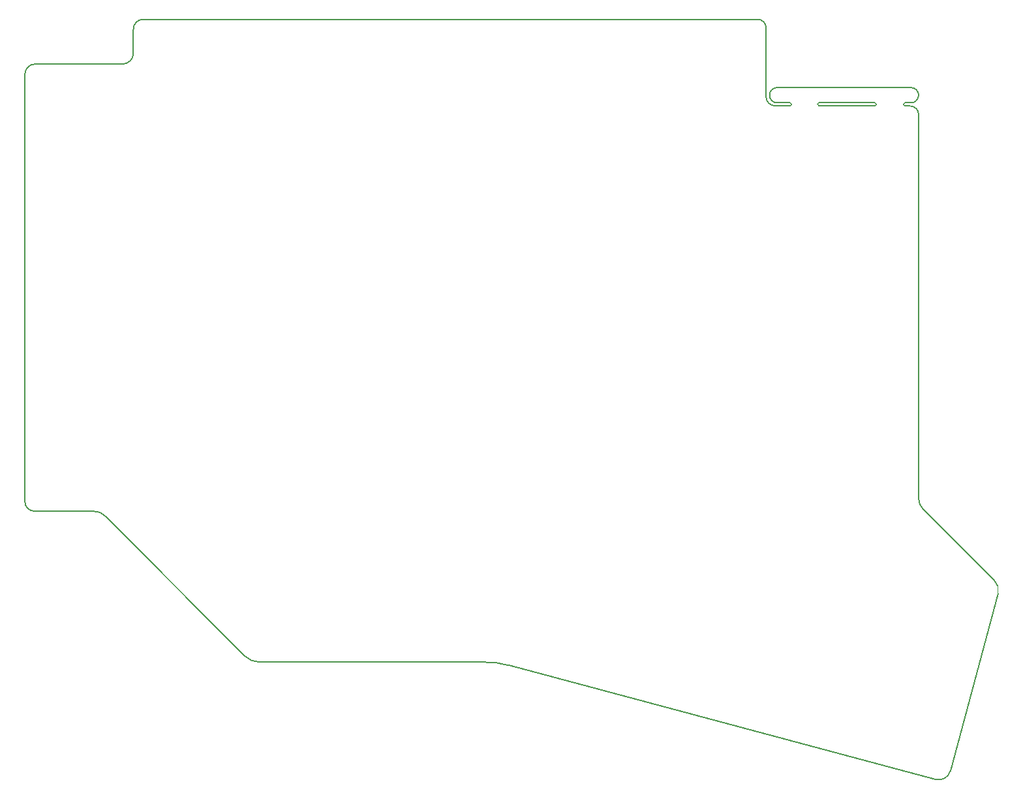
<source format=gm1>
G04 #@! TF.GenerationSoftware,KiCad,Pcbnew,(6.0.6-0)*
G04 #@! TF.CreationDate,2022-07-10T18:55:03+08:00*
G04 #@! TF.ProjectId,thrfv,74687266-762e-46b6-9963-61645f706362,rev?*
G04 #@! TF.SameCoordinates,Original*
G04 #@! TF.FileFunction,Profile,NP*
%FSLAX46Y46*%
G04 Gerber Fmt 4.6, Leading zero omitted, Abs format (unit mm)*
G04 Created by KiCad (PCBNEW (6.0.6-0)) date 2022-07-10 18:55:03*
%MOMM*%
%LPD*%
G01*
G04 APERTURE LIST*
G04 #@! TA.AperFunction,Profile*
%ADD10C,0.150000*%
G04 #@! TD*
G04 APERTURE END LIST*
D10*
X113297426Y-58534256D02*
G75*
G03*
X111997124Y-59892794I-12126J-1289944D01*
G01*
X212895428Y-69366924D02*
G75*
G03*
X212890626Y-67390595I22072J988224D01*
G01*
X110603321Y-64337908D02*
G75*
G03*
X112000612Y-62939710I-6421J1403708D01*
G01*
X106722690Y-122321800D02*
X99060000Y-122321800D01*
X200978256Y-69366994D02*
X208267068Y-69366993D01*
X197218068Y-69775207D02*
G75*
G03*
X197218068Y-69366993I32J204107D01*
G01*
X126441200Y-141097000D02*
X108442090Y-123035000D01*
X218019702Y-156022297D02*
X224193826Y-132968594D01*
X99348511Y-64337915D02*
X110603321Y-64337915D01*
X97929227Y-121148997D02*
G75*
G03*
X99060000Y-122321800I1226373J50897D01*
G01*
X126441219Y-141096982D02*
G75*
G03*
X128473200Y-141912181I1929881J1870382D01*
G01*
X157582453Y-141920181D02*
X128473200Y-141912181D01*
X197218068Y-69775248D02*
X195313317Y-69770249D01*
X194100178Y-59639200D02*
X194100178Y-68557110D01*
X108442059Y-123035029D02*
G75*
G03*
X106722690Y-122321800I-1655469J-1561771D01*
G01*
X212890626Y-67390595D02*
X195564669Y-67390476D01*
X212895426Y-69366994D02*
X212128846Y-69366994D01*
X213906013Y-120674994D02*
G75*
G03*
X214461347Y-122046594I1885287J-34906D01*
G01*
X111997124Y-59892794D02*
X112000612Y-62939710D01*
X216093142Y-157124008D02*
G75*
G03*
X218019702Y-156022297I416558J1506908D01*
G01*
X194100151Y-68557110D02*
G75*
G03*
X195313317Y-69770249I1213149J10D01*
G01*
X99348510Y-64337925D02*
G75*
G03*
X97929166Y-65632110I-94210J-1322075D01*
G01*
X213906004Y-70942200D02*
G75*
G03*
X212737616Y-69775249I-1124804J42200D01*
G01*
X216093146Y-157123994D02*
X160770026Y-142346800D01*
X160770030Y-142346787D02*
G75*
G03*
X157582453Y-141920181I-3021130J-10451713D01*
G01*
X194100236Y-59639201D02*
G75*
G03*
X192972911Y-58534504I-1084736J20601D01*
G01*
X200978256Y-69366951D02*
G75*
G03*
X200978256Y-69775249I-56J-204149D01*
G01*
X208267068Y-69775248D02*
X200978256Y-69775249D01*
X192972911Y-58534504D02*
X113297426Y-58534300D01*
X214461347Y-122046594D02*
X223736626Y-131317594D01*
X213906016Y-120674994D02*
X213906016Y-70942200D01*
X195564671Y-67390406D02*
G75*
G03*
X195569469Y-69366875I-22071J-988294D01*
G01*
X195569469Y-69366875D02*
X197218068Y-69366993D01*
X212128846Y-69775249D02*
X212737616Y-69775249D01*
X212128846Y-69366951D02*
G75*
G03*
X212128846Y-69775249I-46J-204149D01*
G01*
X224193777Y-132968581D02*
G75*
G03*
X223736626Y-131317594I-1607477J443681D01*
G01*
X97929166Y-65632110D02*
X97929166Y-121149000D01*
X208267068Y-69775207D02*
G75*
G03*
X208267068Y-69366993I32J204107D01*
G01*
M02*

</source>
